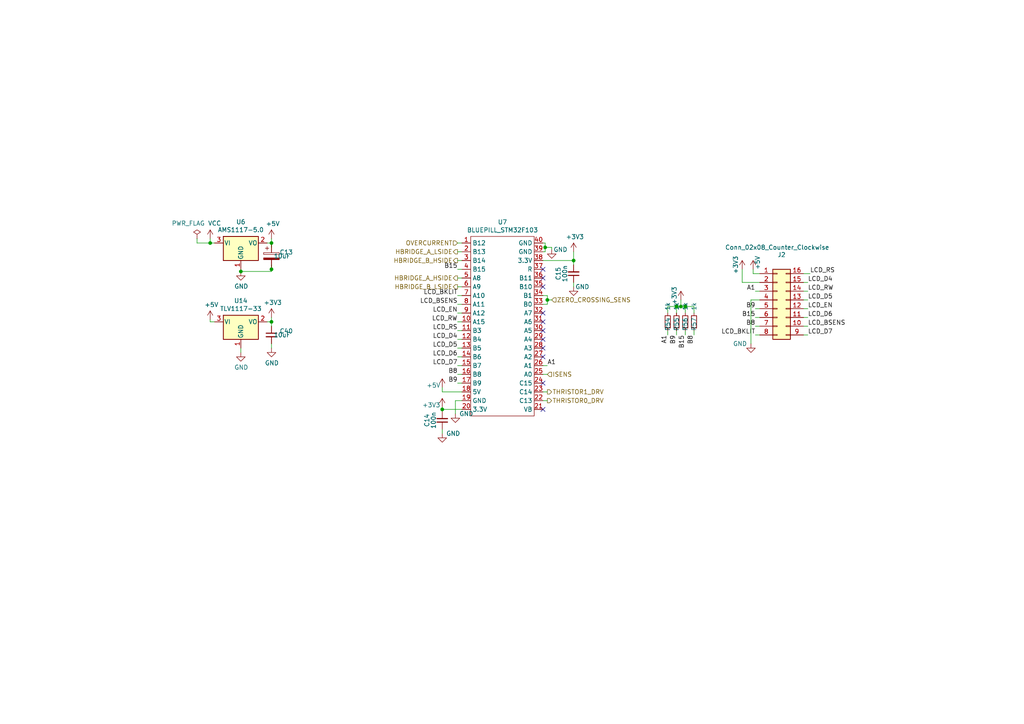
<source format=kicad_sch>
(kicad_sch (version 20200506) (host eeschema "5.99.0-unknown-1f9723c~101~ubuntu18.04.1")
  (page "A4")
  (lib_symbols
    (symbol "Connector_Generic:Conn_02x08_Counter_Clockwise" (pin_names hide)
      (property "Reference" "J" (at 1.27 10.16 0))
      (property "Value" "Conn_02x08_Counter_Clockwise" (at 1.27 -12.7 0))
      (symbol "Conn_02x08_Counter_Clockwise_1_1"
        (rectangle (start -1.27 -4.953) (end 0 -5.207))
        (rectangle (start -1.27 -7.493) (end 0 -7.747))
        (rectangle (start -1.27 -10.033) (end 0 -10.287))
        (rectangle (start -1.27 -2.413) (end 0 -2.667))
        (rectangle (start -1.27 2.667) (end 0 2.413))
        (rectangle (start -1.27 5.207) (end 0 4.953))
        (rectangle (start -1.27 7.747) (end 0 7.493))
        (rectangle (start -1.27 8.89) (end 3.81 -11.43) (stroke (width 0.254)) (fill (type background)))
        (rectangle (start -1.27 0.127) (end 0 -0.127))
        (rectangle (start 3.81 -4.953) (end 2.54 -5.207))
        (rectangle (start 3.81 -7.493) (end 2.54 -7.747))
        (rectangle (start 3.81 -10.033) (end 2.54 -10.287))
        (rectangle (start 3.81 -2.413) (end 2.54 -2.667))
        (rectangle (start 3.81 2.667) (end 2.54 2.413))
        (rectangle (start 3.81 5.207) (end 2.54 4.953))
        (rectangle (start 3.81 7.747) (end 2.54 7.493))
        (rectangle (start 3.81 0.127) (end 2.54 -0.127))
        (pin passive line (at -5.08 7.62 0) (length 3.81) (name "Pin_1") (number "1"))
        (pin passive line (at 7.62 -7.62 180) (length 3.81) (name "Pin_10") (number "10"))
        (pin passive line (at 7.62 -5.08 180) (length 3.81) (name "Pin_11") (number "11"))
        (pin passive line (at 7.62 -2.54 180) (length 3.81) (name "Pin_12") (number "12"))
        (pin passive line (at 7.62 0 180) (length 3.81) (name "Pin_13") (number "13"))
        (pin passive line (at 7.62 2.54 180) (length 3.81) (name "Pin_14") (number "14"))
        (pin passive line (at 7.62 5.08 180) (length 3.81) (name "Pin_15") (number "15"))
        (pin passive line (at 7.62 7.62 180) (length 3.81) (name "Pin_16") (number "16"))
        (pin passive line (at -5.08 5.08 0) (length 3.81) (name "Pin_2") (number "2"))
        (pin passive line (at -5.08 2.54 0) (length 3.81) (name "Pin_3") (number "3"))
        (pin passive line (at -5.08 0 0) (length 3.81) (name "Pin_4") (number "4"))
        (pin passive line (at -5.08 -2.54 0) (length 3.81) (name "Pin_5") (number "5"))
        (pin passive line (at -5.08 -5.08 0) (length 3.81) (name "Pin_6") (number "6"))
        (pin passive line (at -5.08 -7.62 0) (length 3.81) (name "Pin_7") (number "7"))
        (pin passive line (at -5.08 -10.16 0) (length 3.81) (name "Pin_8") (number "8"))
        (pin passive line (at 7.62 -10.16 180) (length 3.81) (name "Pin_9") (number "9"))
      )
    )
    (symbol "Device:C_Small_1" (pin_numbers hide) (pin_names (offset 0.254) hide)
      (property "Reference" "C" (at 0.254 1.778 0))
      (property "Value" "C_Small" (at 0.254 -2.032 0))
      (symbol "C_Small_1_0_1"
        (polyline (pts (xy -1.524 -0.508) (xy 1.524 -0.508)) (stroke (width 0.3302)))
        (polyline (pts (xy -1.524 0.508) (xy 1.524 0.508)) (stroke (width 0.3048)))
      )
      (symbol "C_Small_1_1_1"
        (pin passive line (at 0 2.54 270) (length 2.032) (name "~") (number "1"))
        (pin passive line (at 0 -2.54 90) (length 2.032) (name "~") (number "2"))
      )
    )
    (symbol "Device:C_Small_2" (pin_numbers hide) (pin_names (offset 0.254) hide)
      (property "Reference" "C" (at 0.254 1.778 0))
      (property "Value" "C_Small" (at 0.254 -2.032 0))
      (symbol "C_Small_2_0_1"
        (polyline (pts (xy -1.524 -0.508) (xy 1.524 -0.508)) (stroke (width 0.3302)))
        (polyline (pts (xy -1.524 0.508) (xy 1.524 0.508)) (stroke (width 0.3048)))
      )
      (symbol "C_Small_2_1_1"
        (pin passive line (at 0 2.54 270) (length 2.032) (name "~") (number "1"))
        (pin passive line (at 0 -2.54 90) (length 2.032) (name "~") (number "2"))
      )
    )
    (symbol "Device:C_Small_3" (pin_numbers hide) (pin_names (offset 0.254))
      (property "Reference" "C" (at 0.635 2.54 0))
      (property "Value" "CP" (at 0.635 -2.54 0))
      (symbol "C_Small_3_0_1"
        (rectangle (start -2.286 0.508) (end 2.286 1.016))
        (rectangle (start 2.286 -0.508) (end -2.286 -1.016) (fill (type outline)))
        (polyline (pts (xy -1.778 2.286) (xy -0.762 2.286)))
        (polyline (pts (xy -1.27 2.794) (xy -1.27 1.778)))
      )
      (symbol "C_Small_3_1_1"
        (pin passive line (at 0 3.81 270) (length 2.794) (name "~") (number "1"))
        (pin passive line (at 0 -3.81 90) (length 2.794) (name "~") (number "2"))
      )
    )
    (symbol "Device:C_Small_4" (pin_numbers hide) (pin_names (offset 0.254) hide)
      (property "Reference" "C" (at 0.254 1.778 0))
      (property "Value" "C_Small" (at 0.254 -2.032 0))
      (symbol "C_Small_4_0_1"
        (polyline (pts (xy -1.524 -0.508) (xy 1.524 -0.508)) (stroke (width 0.3302)))
        (polyline (pts (xy -1.524 0.508) (xy 1.524 0.508)) (stroke (width 0.3048)))
      )
      (symbol "C_Small_4_1_1"
        (pin passive line (at 0 2.54 270) (length 2.032) (name "~") (number "1"))
        (pin passive line (at 0 -2.54 90) (length 2.032) (name "~") (number "2"))
      )
    )
    (symbol "Device:R_Small" (pin_numbers hide) (pin_names (offset 0.254) hide)
      (property "Reference" "R" (at 0.762 0.508 0))
      (property "Value" "R_Small" (at 0.762 -1.016 0))
      (symbol "R_Small_0_1"
        (rectangle (start -0.762 1.778) (end 0.762 -1.778) (stroke (width 0.2032)))
      )
      (symbol "R_Small_1_1"
        (pin passive line (at 0 2.54 270) (length 0.762) (name "~") (number "1"))
        (pin passive line (at 0 -2.54 90) (length 0.762) (name "~") (number "2"))
      )
    )
    (symbol "Regulator_Linear:AMS1117-5.0" (pin_names (offset 0.254))
      (property "Reference" "U" (at -3.81 3.175 0))
      (property "Value" "AMS1117-5.0" (at 0 3.175 0))
      (symbol "AMS1117-5.0_0_1"
        (rectangle (start -5.08 -5.08) (end 5.08 1.905) (stroke (width 0.254)) (fill (type background)))
      )
      (symbol "AMS1117-5.0_1_1"
        (pin power_in line (at 0 -7.62 90) (length 2.54) (name "GND") (number "1"))
        (pin power_out line (at 7.62 0 180) (length 2.54) (name "VO") (number "2"))
        (pin power_in line (at -7.62 0 0) (length 2.54) (name "VI") (number "3"))
      )
    )
    (symbol "Regulator_Linear:TLV1117-33" (pin_names (offset 0.254))
      (property "Reference" "U" (at -3.81 3.175 0))
      (property "Value" "TLV1117-33" (at 0 3.175 0))
      (symbol "TLV1117-33_0_1"
        (rectangle (start -5.08 -5.08) (end 5.08 1.905) (stroke (width 0.254)) (fill (type background)))
      )
      (symbol "TLV1117-33_1_1"
        (pin power_in line (at 0 -7.62 90) (length 2.54) (name "GND") (number "1"))
        (pin power_out line (at 7.62 0 180) (length 2.54) (name "VO") (number "2"))
        (pin power_in line (at -7.62 0 0) (length 2.54) (name "VI") (number "3"))
      )
    )
    (symbol "oe_devboards:BLUEPILL_STM32F103"
      (property "Reference" "U" (at 0 27.94 0))
      (property "Value" "BLUEPILL_STM32F103" (at 0 29.845 0))
      (symbol "BLUEPILL_STM32F103_0_1"
        (rectangle (start -8.89 26.035) (end 9.525 -26.035))
      )
      (symbol "BLUEPILL_STM32F103_1_1"
        (pin bidirectional line (at -11.43 24.13 0) (length 2.54) (name "B12") (number "1"))
        (pin bidirectional line (at -11.43 1.27 0) (length 2.54) (name "A15") (number "10"))
        (pin bidirectional line (at -11.43 -1.27 0) (length 2.54) (name "B3") (number "11"))
        (pin bidirectional line (at -11.43 -3.81 0) (length 2.54) (name "B4") (number "12"))
        (pin bidirectional line (at -11.43 -6.35 0) (length 2.54) (name "B5") (number "13"))
        (pin bidirectional line (at -11.43 -8.89 0) (length 2.54) (name "B6") (number "14"))
        (pin bidirectional line (at -11.43 -11.43 0) (length 2.54) (name "B7") (number "15"))
        (pin bidirectional line (at -11.43 -13.97 0) (length 2.54) (name "B8") (number "16"))
        (pin bidirectional line (at -11.43 -16.51 0) (length 2.54) (name "B9") (number "17"))
        (pin power_in line (at -11.43 -19.05 0) (length 2.54) (name "5V") (number "18"))
        (pin power_in line (at -11.43 -21.59 0) (length 2.54) (name "GND") (number "19"))
        (pin bidirectional line (at -11.43 21.59 0) (length 2.54) (name "B13") (number "2"))
        (pin power_out line (at -11.43 -24.13 0) (length 2.54) (name "3.3V") (number "20"))
        (pin power_in line (at 12.065 -24.13 180) (length 2.54) (name "VB") (number "21"))
        (pin bidirectional line (at 12.065 -21.59 180) (length 2.54) (name "C13") (number "22"))
        (pin bidirectional line (at 12.065 -19.05 180) (length 2.54) (name "C14") (number "23"))
        (pin bidirectional line (at 12.065 -16.51 180) (length 2.54) (name "C15") (number "24"))
        (pin bidirectional line (at 12.065 -13.97 180) (length 2.54) (name "A0") (number "25"))
        (pin bidirectional line (at 12.065 -11.43 180) (length 2.54) (name "A1") (number "26"))
        (pin bidirectional line (at 12.065 -8.89 180) (length 2.54) (name "A2") (number "27"))
        (pin bidirectional line (at 12.065 -6.35 180) (length 2.54) (name "A3") (number "28"))
        (pin bidirectional line (at 12.065 -3.81 180) (length 2.54) (name "A4") (number "29"))
        (pin bidirectional line (at -11.43 19.05 0) (length 2.54) (name "B14") (number "3"))
        (pin bidirectional line (at 12.065 -1.27 180) (length 2.54) (name "A5") (number "30"))
        (pin bidirectional line (at 12.065 1.27 180) (length 2.54) (name "A6") (number "31"))
        (pin bidirectional line (at 12.065 3.81 180) (length 2.54) (name "A7") (number "32"))
        (pin bidirectional line (at 12.065 6.35 180) (length 2.54) (name "B0") (number "33"))
        (pin bidirectional line (at 12.065 8.89 180) (length 2.54) (name "B1") (number "34"))
        (pin bidirectional line (at 12.065 11.43 180) (length 2.54) (name "B10") (number "35"))
        (pin bidirectional line (at 12.065 13.97 180) (length 2.54) (name "B11") (number "36"))
        (pin input line (at 12.065 16.51 180) (length 2.54) (name "R") (number "37"))
        (pin power_in line (at 12.065 19.05 180) (length 2.54) (name "3.3V") (number "38"))
        (pin power_in line (at 12.065 21.59 180) (length 2.54) (name "GND") (number "39"))
        (pin bidirectional line (at -11.43 16.51 0) (length 2.54) (name "B15") (number "4"))
        (pin power_in line (at 12.065 24.13 180) (length 2.54) (name "GND") (number "40"))
        (pin bidirectional line (at -11.43 13.97 0) (length 2.54) (name "A8") (number "5"))
        (pin bidirectional line (at -11.43 11.43 0) (length 2.54) (name "A9") (number "6"))
        (pin bidirectional line (at -11.43 8.89 0) (length 2.54) (name "A10") (number "7"))
        (pin bidirectional line (at -11.43 6.35 0) (length 2.54) (name "A11") (number "8"))
        (pin bidirectional line (at -11.43 3.81 0) (length 2.54) (name "A12") (number "9"))
      )
    )
    (symbol "power:+3V3" (power) (pin_names (offset 0))
      (property "Value" "+3V3" (at 0 3.556 0))
      (symbol "+3V3_0_1"
        (polyline (pts (xy -0.762 1.27) (xy 0 2.54)))
        (polyline (pts (xy 0 0) (xy 0 2.54)))
        (polyline (pts (xy 0 2.54) (xy 0.762 1.27)))
      )
      (symbol "+3V3_1_1"
        (pin power_in line (at 0 0 90) (length 0) (name "+3V3") (number "1") hide)
      )
    )
    (symbol "power:+5V" (power) (pin_names (offset 0))
      (property "Value" "+5V" (at 0 3.556 0))
      (symbol "+5V_0_1"
        (polyline (pts (xy -0.762 1.27) (xy 0 2.54)))
        (polyline (pts (xy 0 0) (xy 0 2.54)))
        (polyline (pts (xy 0 2.54) (xy 0.762 1.27)))
      )
      (symbol "+5V_1_1"
        (pin power_in line (at 0 0 90) (length 0) (name "+5V") (number "1") hide)
      )
    )
    (symbol "power:GND" (power) (pin_names (offset 0))
      (property "Value" "GND" (at 0 -3.81 0))
      (symbol "GND_0_1"
        (polyline (pts (xy 0 0) (xy 0 -1.27) (xy 1.27 -1.27) (xy 0 -2.54) (xy -1.27 -1.27) (xy 0 -1.27)))
      )
      (symbol "GND_1_1"
        (pin power_in line (at 0 0 270) (length 0) (name "GND") (number "1") hide)
      )
    )
    (symbol "power:PWR_FLAG" (power) (pin_numbers hide) (pin_names (offset 0) hide)
      (property "Value" "PWR_FLAG" (at 0 3.81 0))
      (symbol "PWR_FLAG_0_1"
        (polyline (pts (xy 0 0) (xy 0 1.27) (xy -1.016 1.905) (xy 0 2.54) (xy 1.016 1.905) (xy 0 1.27)))
      )
      (symbol "PWR_FLAG_0_0"
        (pin power_out line (at 0 0 90) (length 0) (name "pwr") (number "1"))
      )
    )
    (symbol "power:VCC" (power) (pin_names (offset 0))
      (property "Value" "VCC" (at 0 3.81 0))
      (symbol "VCC_0_1"
        (polyline (pts (xy -0.762 1.27) (xy 0 2.54)))
        (polyline (pts (xy 0 0) (xy 0 2.54)))
        (polyline (pts (xy 0 2.54) (xy 0.762 1.27)))
      )
      (symbol "VCC_1_1"
        (pin power_in line (at 0 0 90) (length 0) (name "VCC") (number "1") hide)
      )
    )
  )
  (junction (at 78.74 78.105))
  (junction (at 198.755 88.9))
  (junction (at 196.215 88.9))
  (junction (at 78.74 70.485))
  (junction (at 158.115 71.755))
  (junction (at 158.75 86.995))
  (junction (at 69.85 78.74))
  (junction (at 166.37 75.565))
  (junction (at 128.27 118.745))
  (junction (at 197.485 88.9))
  (junction (at 60.96 70.485))
  (junction (at 78.74 93.345))
  (no_connect (at 157.48 78.105))
  (no_connect (at 157.48 95.885))
  (no_connect (at 157.48 93.345))
  (no_connect (at 157.48 98.425))
  (no_connect (at 157.48 100.965))
  (no_connect (at 157.48 83.185))
  (no_connect (at 157.48 80.645))
  (no_connect (at 157.48 111.125))
  (no_connect (at 157.48 90.805))
  (no_connect (at 157.48 118.745))
  (no_connect (at 157.48 103.505))
  (wire (pts (xy 57.15 69.215) (xy 57.15 70.485)))
  (wire (pts (xy 57.15 70.485) (xy 60.96 70.485)))
  (wire (pts (xy 60.96 69.215) (xy 60.96 70.485)))
  (wire (pts (xy 60.96 70.485) (xy 62.23 70.485)))
  (wire (pts (xy 60.96 92.71) (xy 60.96 93.345)))
  (wire (pts (xy 60.96 93.345) (xy 62.23 93.345)))
  (wire (pts (xy 69.85 78.105) (xy 69.85 78.74)))
  (wire (pts (xy 69.85 78.74) (xy 78.74 78.74)))
  (wire (pts (xy 69.85 100.965) (xy 69.85 102.235)))
  (wire (pts (xy 77.47 70.485) (xy 78.74 70.485)))
  (wire (pts (xy 77.47 93.345) (xy 78.74 93.345)))
  (wire (pts (xy 78.74 69.215) (xy 78.74 70.485)))
  (wire (pts (xy 78.74 70.485) (xy 78.74 71.755)))
  (wire (pts (xy 78.74 78.105) (xy 78.74 76.835)))
  (wire (pts (xy 78.74 78.74) (xy 78.74 78.105)))
  (wire (pts (xy 78.74 92.075) (xy 78.74 93.345)))
  (wire (pts (xy 78.74 93.345) (xy 78.74 94.615)))
  (wire (pts (xy 78.74 99.695) (xy 78.74 100.965)))
  (wire (pts (xy 128.27 112.395) (xy 128.27 113.665)))
  (wire (pts (xy 128.27 113.665) (xy 133.985 113.665)))
  (wire (pts (xy 128.27 118.11) (xy 128.27 118.745)))
  (wire (pts (xy 128.27 118.745) (xy 128.27 119.38)))
  (wire (pts (xy 128.27 118.745) (xy 133.985 118.745)))
  (wire (pts (xy 128.27 124.46) (xy 128.27 125.73)))
  (wire (pts (xy 132.08 116.205) (xy 133.985 116.205)))
  (wire (pts (xy 132.08 120.015) (xy 132.08 116.205)))
  (wire (pts (xy 132.715 70.485) (xy 133.985 70.485)))
  (wire (pts (xy 132.715 73.025) (xy 133.985 73.025)))
  (wire (pts (xy 132.715 75.565) (xy 133.985 75.565)))
  (wire (pts (xy 132.715 78.105) (xy 133.985 78.105)))
  (wire (pts (xy 132.715 80.645) (xy 133.985 80.645)))
  (wire (pts (xy 132.715 83.185) (xy 133.985 83.185)))
  (wire (pts (xy 132.715 85.725) (xy 133.985 85.725)))
  (wire (pts (xy 132.715 88.265) (xy 133.985 88.265)))
  (wire (pts (xy 132.715 90.805) (xy 133.985 90.805)))
  (wire (pts (xy 132.715 93.345) (xy 133.985 93.345)))
  (wire (pts (xy 132.715 95.885) (xy 133.985 95.885)))
  (wire (pts (xy 132.715 98.425) (xy 133.985 98.425)))
  (wire (pts (xy 132.715 100.965) (xy 133.985 100.965)))
  (wire (pts (xy 132.715 103.505) (xy 133.985 103.505)))
  (wire (pts (xy 132.715 106.045) (xy 133.985 106.045)))
  (wire (pts (xy 132.715 108.585) (xy 133.985 108.585)))
  (wire (pts (xy 132.715 111.125) (xy 133.985 111.125)))
  (wire (pts (xy 157.48 70.485) (xy 158.115 70.485)))
  (wire (pts (xy 157.48 75.565) (xy 166.37 75.565)))
  (wire (pts (xy 157.48 85.725) (xy 158.75 85.725)))
  (wire (pts (xy 157.48 88.265) (xy 158.75 88.265)))
  (wire (pts (xy 157.48 106.045) (xy 158.75 106.045)))
  (wire (pts (xy 157.48 108.585) (xy 158.75 108.585)))
  (wire (pts (xy 157.48 113.665) (xy 158.75 113.665)))
  (wire (pts (xy 157.48 116.205) (xy 158.75 116.205)))
  (wire (pts (xy 158.115 70.485) (xy 158.115 71.755)))
  (wire (pts (xy 158.115 71.755) (xy 158.115 73.025)))
  (wire (pts (xy 158.115 71.755) (xy 160.02 71.755)))
  (wire (pts (xy 158.115 73.025) (xy 157.48 73.025)))
  (wire (pts (xy 158.75 85.725) (xy 158.75 86.995)))
  (wire (pts (xy 158.75 86.995) (xy 158.75 88.265)))
  (wire (pts (xy 158.75 86.995) (xy 160.02 86.995)))
  (wire (pts (xy 160.02 71.755) (xy 160.02 72.39)))
  (wire (pts (xy 166.37 75.565) (xy 166.37 73.025)))
  (wire (pts (xy 166.37 75.565) (xy 166.37 76.835)))
  (wire (pts (xy 166.37 81.915) (xy 166.37 83.185)))
  (wire (pts (xy 193.675 88.9) (xy 196.215 88.9)))
  (wire (pts (xy 193.675 90.805) (xy 193.675 88.9)))
  (wire (pts (xy 193.675 95.885) (xy 193.675 97.155)))
  (wire (pts (xy 196.215 88.9) (xy 196.215 90.805)))
  (wire (pts (xy 196.215 88.9) (xy 197.485 88.9)))
  (wire (pts (xy 196.215 95.885) (xy 196.215 97.155)))
  (wire (pts (xy 197.485 86.995) (xy 197.485 88.9)))
  (wire (pts (xy 197.485 88.9) (xy 198.755 88.9)))
  (wire (pts (xy 198.755 88.9) (xy 198.755 90.805)))
  (wire (pts (xy 198.755 88.9) (xy 201.295 88.9)))
  (wire (pts (xy 198.755 95.885) (xy 198.755 97.155)))
  (wire (pts (xy 201.295 88.9) (xy 201.295 90.805)))
  (wire (pts (xy 201.295 95.885) (xy 201.295 97.155)))
  (wire (pts (xy 215.265 78.105) (xy 215.265 81.915)))
  (wire (pts (xy 215.265 81.915) (xy 220.345 81.915)))
  (wire (pts (xy 217.805 86.995) (xy 220.345 86.995)))
  (wire (pts (xy 217.805 99.695) (xy 217.805 86.995)))
  (wire (pts (xy 218.44 78.105) (xy 218.44 79.375)))
  (wire (pts (xy 218.44 79.375) (xy 220.345 79.375)))
  (wire (pts (xy 219.075 84.455) (xy 220.345 84.455)))
  (wire (pts (xy 219.075 89.535) (xy 220.345 89.535)))
  (wire (pts (xy 219.075 92.075) (xy 220.345 92.075)))
  (wire (pts (xy 219.075 94.615) (xy 220.345 94.615)))
  (wire (pts (xy 219.075 97.155) (xy 220.345 97.155)))
  (wire (pts (xy 233.045 79.375) (xy 234.95 79.375)))
  (wire (pts (xy 233.045 81.915) (xy 234.315 81.915)))
  (wire (pts (xy 233.045 84.455) (xy 234.315 84.455)))
  (wire (pts (xy 233.045 86.995) (xy 234.315 86.995)))
  (wire (pts (xy 233.045 89.535) (xy 234.315 89.535)))
  (wire (pts (xy 233.045 92.075) (xy 234.315 92.075)))
  (wire (pts (xy 233.045 94.615) (xy 234.315 94.615)))
  (wire (pts (xy 233.045 97.155) (xy 234.315 97.155)))
  (label "B15" (at 132.715 78.105 180))
  (label "LCD_BKLIT" (at 132.715 85.725 180))
  (label "LCD_BSENS" (at 132.715 88.265 180))
  (label "LCD_EN" (at 132.715 90.805 180))
  (label "LCD_RW" (at 132.715 93.345 180))
  (label "LCD_RS" (at 132.715 95.885 180))
  (label "LCD_D4" (at 132.715 98.425 180))
  (label "LCD_D5" (at 132.715 100.965 180))
  (label "LCD_D6" (at 132.715 103.505 180))
  (label "LCD_D7" (at 132.715 106.045 180))
  (label "B8" (at 132.715 108.585 180))
  (label "B9" (at 132.715 111.125 180))
  (label "A1" (at 158.75 106.045 0))
  (label "A1" (at 193.675 97.155 270))
  (label "B9" (at 196.215 97.155 270))
  (label "B15" (at 198.755 97.155 270))
  (label "B8" (at 201.295 97.155 270))
  (label "A1" (at 219.075 84.455 180))
  (label "B9" (at 219.075 89.535 180))
  (label "B15" (at 219.075 92.075 180))
  (label "B8" (at 219.075 94.615 180))
  (label "LCD_BKLIT" (at 219.075 97.155 180))
  (label "LCD_D4" (at 234.315 81.915 0))
  (label "LCD_RW" (at 234.315 84.455 0))
  (label "LCD_D5" (at 234.315 86.995 0))
  (label "LCD_EN" (at 234.315 89.535 0))
  (label "LCD_D6" (at 234.315 92.075 0))
  (label "LCD_BSENS" (at 234.315 94.615 0))
  (label "LCD_D7" (at 234.315 97.155 0))
  (label "LCD_RS" (at 234.95 79.375 0))
  (hierarchical_label "OVERCURRENT" (shape input) (at 132.715 70.485 180))
  (hierarchical_label "HBRIDGE_A_LSIDE" (shape output) (at 132.715 73.025 180))
  (hierarchical_label "HBRIDGE_B_HSIDE" (shape output) (at 132.715 75.565 180))
  (hierarchical_label "HBRIDGE_A_HSIDE" (shape output) (at 132.715 80.645 180))
  (hierarchical_label "HBRIDGE_B_LSIDE" (shape output) (at 132.715 83.185 180))
  (hierarchical_label "ISENS" (shape input) (at 158.75 108.585 0))
  (hierarchical_label "THRISTOR1_DRV" (shape output) (at 158.75 113.665 0))
  (hierarchical_label "THRISTOR0_DRV" (shape output) (at 158.75 116.205 0))
  (hierarchical_label "ZERO_CROSSING_SENS" (shape input) (at 160.02 86.995 0))
  (symbol (lib_id "power:PWR_FLAG") (at 57.15 69.215 0) (unit 1)
    (property "Reference" "#FLG0120" (effects hide))
    (property "Value" "PWR_FLAG" (at 54.61 64.77 0))
  )
  (symbol (lib_id "power:VCC") (at 60.96 69.215 0) (unit 1)
    (property "Reference" "#PWR019" (effects hide))
    (property "Value" "VCC" (at 62.23 64.77 0))
  )
  (symbol (lib_id "power:+5V") (at 60.96 92.71 0) (unit 1)
    (property "Reference" "#PWR0106" (effects hide))
    (property "Value" "+5V" (at 61.341 88.392 0))
  )
  (symbol (lib_id "power:+5V") (at 78.74 69.215 0) (unit 1)
    (property "Reference" "#PWR021" (effects hide))
    (property "Value" "+5V" (at 79.121 64.897 0))
  )
  (symbol (lib_id "power:+3V3") (at 78.74 92.075 0) (unit 1)
    (property "Reference" "#PWR0108" (effects hide))
    (property "Value" "+3V3" (at 79.121 87.757 0))
  )
  (symbol (lib_id "power:+5V") (at 128.27 112.395 0) (unit 1)
    (property "Reference" "#PWR022" (effects hide))
    (property "Value" "+5V" (at 125.73 111.76 0))
  )
  (symbol (lib_id "power:+3V3") (at 128.27 118.11 0) (unit 1)
    (property "Reference" "#PWR023" (effects hide))
    (property "Value" "+3V3" (at 125.095 117.475 0))
  )
  (symbol (lib_id "power:+3V3") (at 166.37 73.025 0) (unit 1)
    (property "Reference" "#PWR027" (effects hide))
    (property "Value" "+3V3" (at 166.7383 68.7006 0))
  )
  (symbol (lib_id "power:+3V3") (at 197.485 86.995 0) (unit 1)
    (property "Reference" "#PWR030" (effects hide))
    (property "Value" "+3V3" (at 195.58 85.725 90))
  )
  (symbol (lib_id "power:+3V3") (at 215.265 78.105 0) (unit 1)
    (property "Reference" "#PWR0107" (effects hide))
    (property "Value" "+3V3" (at 213.36 76.835 90))
  )
  (symbol (lib_id "power:+5V") (at 218.44 78.105 0) (unit 1)
    (property "Reference" "#PWR031" (effects hide))
    (property "Value" "+5V" (at 219.71 76.2 90))
  )
  (symbol (lib_id "power:GND") (at 69.85 78.74 0) (unit 1)
    (property "Reference" "#PWR020" (effects hide))
    (property "Value" "GND" (at 69.977 83.058 0))
  )
  (symbol (lib_id "power:GND") (at 69.85 102.235 0) (unit 1)
    (property "Reference" "#PWR0109" (effects hide))
    (property "Value" "GND" (at 69.977 106.553 0))
  )
  (symbol (lib_id "power:GND") (at 78.74 100.965 0) (unit 1)
    (property "Reference" "#PWR053" (effects hide))
    (property "Value" "GND" (at 78.8543 105.2894 0))
  )
  (symbol (lib_id "power:GND") (at 128.27 125.73 0) (unit 1)
    (property "Reference" "#PWR024" (effects hide))
    (property "Value" "GND" (at 131.445 125.73 0))
  )
  (symbol (lib_id "power:GND") (at 132.08 120.015 0) (unit 1)
    (property "Reference" "#PWR025" (effects hide))
    (property "Value" "GND" (at 135.255 120.015 0))
  )
  (symbol (lib_id "power:GND") (at 160.02 72.39 0) (unit 1)
    (property "Reference" "#PWR026" (effects hide))
    (property "Value" "GND" (at 162.56 72.39 0))
  )
  (symbol (lib_id "power:GND") (at 166.37 83.185 0) (unit 1)
    (property "Reference" "#PWR028" (effects hide))
    (property "Value" "GND" (at 168.91 83.185 0))
  )
  (symbol (lib_id "power:GND") (at 217.805 99.695 0) (unit 1)
    (property "Reference" "#PWR029" (effects hide))
    (property "Value" "GND" (at 214.63 99.695 0))
  )
  (symbol (lib_id "Device:R_Small") (at 193.675 93.345 0) (unit 1)
    (property "Reference" "R54" (at 193.675 92.075 90) (effects (justify right)))
    (property "Value" "1k" (at 193.675 87.63 90) (effects (justify right)))
    (property "Footprint" "Resistor_SMD:R_0805_2012Metric_Pad1.15x1.40mm_HandSolder" (effects hide))
    (property "Link" "https://ozdisan.com/passive-components/resistors/smt-smd-and-chip-resistors/CQ05S8J0102T5E" (effects hide))
    (property "Price" "0.02034TL" (effects hide))
  )
  (symbol (lib_id "Device:R_Small") (at 196.215 93.345 0) (unit 1)
    (property "Reference" "R55" (at 196.215 92.075 90) (effects (justify right)))
    (property "Value" "1k" (at 196.215 87.63 90) (effects (justify right)))
    (property "Footprint" "Resistor_SMD:R_0805_2012Metric_Pad1.15x1.40mm_HandSolder" (effects hide))
    (property "Link" "https://ozdisan.com/passive-components/resistors/smt-smd-and-chip-resistors/CQ05S8J0102T5E" (effects hide))
    (property "Price" "0.02034TL" (effects hide))
  )
  (symbol (lib_id "Device:R_Small") (at 198.755 93.345 0) (unit 1)
    (property "Reference" "R56" (at 198.755 92.075 90) (effects (justify right)))
    (property "Value" "1k" (at 198.755 87.63 90) (effects (justify right)))
    (property "Footprint" "Resistor_SMD:R_0805_2012Metric_Pad1.15x1.40mm_HandSolder" (effects hide))
    (property "Link" "https://ozdisan.com/passive-components/resistors/smt-smd-and-chip-resistors/CQ05S8J0102T5E" (effects hide))
    (property "Price" "0.02034TL" (effects hide))
  )
  (symbol (lib_id "Device:R_Small") (at 201.295 93.345 0) (unit 1)
    (property "Reference" "R57" (at 201.295 92.075 90) (effects (justify right)))
    (property "Value" "1k" (at 201.295 87.63 90) (effects (justify right)))
    (property "Footprint" "Resistor_SMD:R_0805_2012Metric_Pad1.15x1.40mm_HandSolder" (effects hide))
    (property "Link" "https://ozdisan.com/passive-components/resistors/smt-smd-and-chip-resistors/CQ05S8J0102T5E" (effects hide))
    (property "Price" "0.02034TL" (effects hide))
  )
  (symbol (lib_name "Device:C_Small_4") (lib_id "Device:C_Small") (at 78.74 97.155 0) (unit 1)
    (property "Reference" "C40" (at 81.0768 96.012 0) (effects (justify left)))
    (property "Value" " 10uF" (at 79.375 97.155 0) (effects (justify left)))
    (property "Footprint" "Capacitor_Tantalum_SMD:CP_EIA-6032-15_Kemet-U_Pad2.25x2.35mm_HandSolder" (effects hide))
    (property "Link" "https://ozdisan.com/passive-components/capacitors/tantalum-capacitors/T491C106K025AT" (effects hide))
    (property "Price" "1.59678TL" (effects hide))
  )
  (symbol (lib_name "Device:C_Small_2") (lib_id "Device:C_Small") (at 128.27 121.92 180) (unit 1)
    (property "Reference" "C14" (at 123.825 121.92 90))
    (property "Value" "100n" (at 125.73 121.92 90))
    (property "Footprint" "Capacitor_SMD:C_0805_2012Metric_Pad1.15x1.40mm_HandSolder" (effects hide))
    (property "Link" "https://ozdisan.com/passive-components/capacitors/smt-smd-and-mlcc-capacitors/CL21B104KBFWPNE" (effects hide))
    (property "Price" "0.10509TL" (effects hide))
  )
  (symbol (lib_name "Device:C_Small_1") (lib_id "Device:C_Small") (at 166.37 79.375 180) (unit 1)
    (property "Reference" "C15" (at 161.925 79.375 90))
    (property "Value" "100n" (at 163.83 79.375 90))
    (property "Footprint" "Capacitor_SMD:C_0805_2012Metric_Pad1.15x1.40mm_HandSolder" (effects hide))
    (property "Link" "https://ozdisan.com/passive-components/capacitors/smt-smd-and-mlcc-capacitors/CL21B104KBFWPNE" (effects hide))
    (property "Price" "0.10509TL" (effects hide))
  )
  (symbol (lib_name "Device:C_Small_3") (lib_id "Device:CP") (at 78.74 74.295 0) (unit 1)
    (property "Reference" "C13" (at 81.0768 73.152 0) (effects (justify left)))
    (property "Value" " 10uF" (at 79.375 74.295 0) (effects (justify left)))
    (property "Footprint" "Capacitor_Tantalum_SMD:CP_EIA-6032-15_Kemet-U_Pad2.25x2.35mm_HandSolder" (effects hide))
    (property "Link" "https://ozdisan.com/passive-components/capacitors/tantalum-capacitors/T491C106K025AT" (effects hide))
    (property "Price" "1.59678TL" (effects hide))
  )
  (symbol (lib_id "Regulator_Linear:AMS1117-5.0") (at 69.85 70.485 0) (unit 1)
    (property "Reference" "U6" (at 69.85 64.3698 0))
    (property "Value" "AMS1117-5.0" (at 69.85 66.6685 0))
    (property "Footprint" "Package_TO_SOT_SMD:SOT-223-3_TabPin2" (effects hide))
    (property "Datasheet" "http://www.advanced-monolithic.com/pdf/ds1117.pdf" (effects hide))
    (property "Link" "https://ozdisan.com/integrated-circuits-ics/power-management-ics/linear-voltage-regulators/AMS1117-5-0" (effects hide))
    (property "Price" "0.88598TL" (effects hide))
  )
  (symbol (lib_id "Regulator_Linear:TLV1117-33") (at 69.85 93.345 0) (unit 1)
    (property "Reference" "U14" (at 69.85 87.2298 0))
    (property "Value" "TLV1117-33" (at 69.85 89.5285 0))
    (property "Footprint" "Package_TO_SOT_SMD:SOT-223-3_TabPin2" (effects hide))
    (property "Datasheet" "http://www.ti.com/lit/ds/symlink/tlv1117.pdf" (effects hide))
    (property "Link" "https://ozdisan.com/integrated-circuits-ics/power-management-ics/linear-voltage-regulators/TLV1117-33IDCYR" (effects hide))
    (property "Price" "2.91096TL" (effects hide))
  )
  (symbol (lib_id "Connector_Generic:Conn_02x08_Counter_Clockwise") (at 225.425 86.995 0) (unit 1)
    (property "Reference" "J2" (at 226.695 73.8948 0))
    (property "Value" "Conn_02x08_Counter_Clockwise" (at 225.425 71.755 0))
    (property "Footprint" "Connector_PinHeader_2.54mm:PinHeader_2x08_P2.54mm_Vertical" (effects hide))
    (property "Link" "https://ozdisan.com/connectors-and-interconnects/headers/pin-headers/L-KLS1-207-2-16-S" (effects hide))
    (property "Price" "0.32294TL" (effects hide))
  )
  (symbol (lib_id "oe_devboards:BLUEPILL_STM32F103") (at 145.415 94.615 0) (unit 1)
    (property "Reference" "U7" (at 145.7452 64.4144 0))
    (property "Value" "BLUEPILL_STM32F103" (at 145.7452 66.7258 0))
    (property "Footprint" "oe_modules:BluePill" (effects hide))
    (property "Link" "https://www.ozdisan.com/maker-urunleri-mini-bilgisayarlar/arac-gerecler/maker-aksesuarlari/STM32-ARM-CORE-BOARD" (effects hide))
    (property "Price" "18.76072TL" (effects hide))
  )
)
</source>
